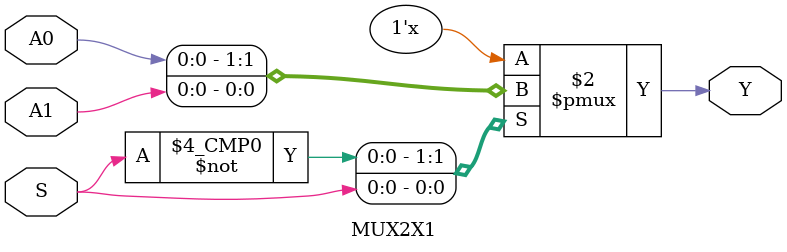
<source format=sv>
`timescale 1ns / 1ps
module MUX2X1(input logic  A0, A1,
              input logic  S,
              output logic Y);

    always_comb
    begin
        case(S)
            1'b0: Y <= A0; // Y = (S) ? A1 : A0;
            1'b1: Y <= A1;
        endcase
    end

endmodule

</source>
